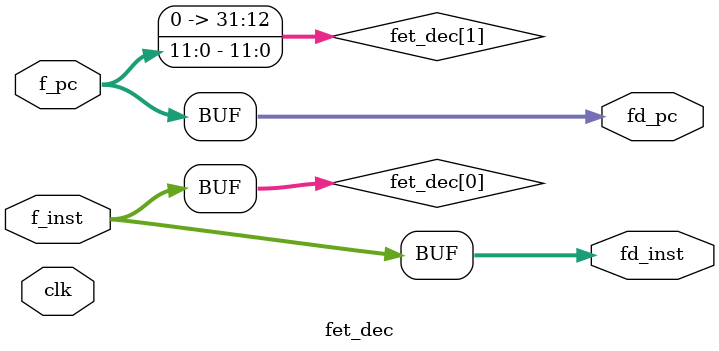
<source format=v>
module fet_dec (clk, f_inst, f_pc, fd_inst, fd_pc);

input clk;
input [31:0] f_inst;
input [11:0] f_pc;
output [11:0] fd_pc;
output [31:0] fd_inst;

reg [31:0] fet_dec [1:0];

always @(*)
begin
	fet_dec[0] <= f_inst;
	fet_dec[1] <= f_pc;
end
/*
always @(f_pc)
begin
	fet_dec[1] <= f_pc;
end
*/

assign fd_inst = fet_dec[0];
assign fd_pc = fet_dec[1];

endmodule

</source>
